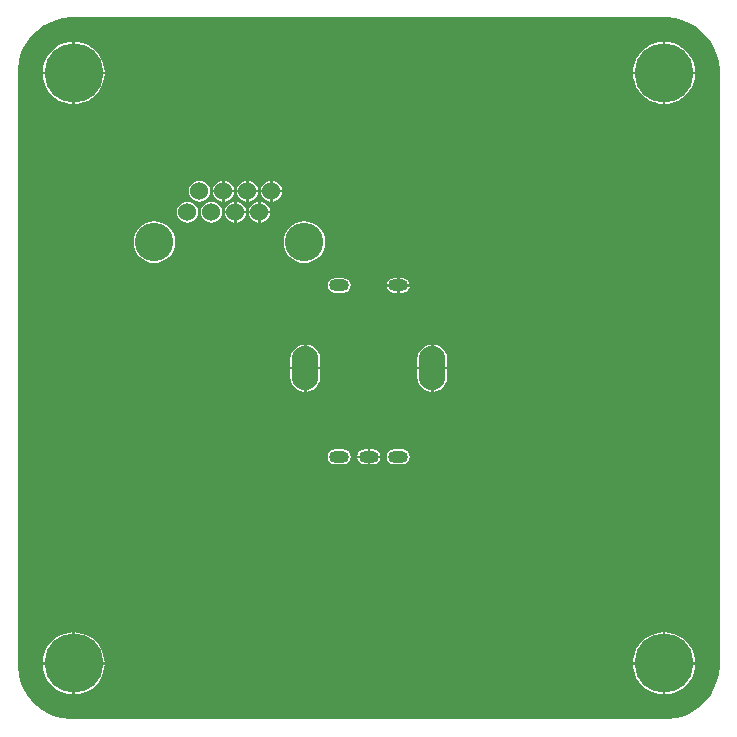
<source format=gbr>
%TF.GenerationSoftware,Altium Limited,Altium Designer,20.1.8 (145)*%
G04 Layer_Physical_Order=1*
G04 Layer_Color=2232046*
%FSLAX45Y45*%
%MOMM*%
%TF.SameCoordinates,39D32AA0-D89A-4232-8ACE-958E0E311499*%
%TF.FilePolarity,Positive*%
%TF.FileFunction,Copper,L1,Top,Signal*%
%TF.Part,Single*%
G01*
G75*
%TA.AperFunction,ComponentPad*%
%ADD10O,1.70000X1.00000*%
%ADD11O,2.25000X3.75000*%
G04:AMPARAMS|DCode=12|XSize=2.25mm|YSize=3.75mm|CornerRadius=1.125mm|HoleSize=0mm|Usage=FLASHONLY|Rotation=0.000|XOffset=0mm|YOffset=0mm|HoleType=Round|Shape=RoundedRectangle|*
%AMROUNDEDRECTD12*
21,1,2.25000,1.50000,0,0,0.0*
21,1,0.00000,3.75000,0,0,0.0*
1,1,2.25000,0.00000,-0.75000*
1,1,2.25000,0.00000,-0.75000*
1,1,2.25000,0.00000,0.75000*
1,1,2.25000,0.00000,0.75000*
%
%ADD12ROUNDEDRECTD12*%
%TA.AperFunction,ViaPad*%
%ADD13C,5.00000*%
%TA.AperFunction,ComponentPad*%
%ADD14C,1.52400*%
%ADD15C,3.25120*%
G36*
X5592691Y5965991D02*
X5652723Y5949906D01*
X5710141Y5926122D01*
X5763962Y5895049D01*
X5813268Y5857215D01*
X5857214Y5813269D01*
X5895049Y5763961D01*
X5926122Y5710141D01*
X5949906Y5652723D01*
X5965991Y5592691D01*
X5974104Y5531073D01*
Y5500000D01*
Y500000D01*
Y468926D01*
X5965991Y407308D01*
X5949906Y347277D01*
X5926122Y289858D01*
X5895049Y236038D01*
X5857215Y186731D01*
X5813269Y142786D01*
X5763961Y104950D01*
X5710141Y73877D01*
X5652723Y50093D01*
X5592692Y34008D01*
X5531074Y25896D01*
X468926D01*
X407308Y34008D01*
X347277Y50093D01*
X289858Y73877D01*
X236038Y104950D01*
X186731Y142785D01*
X142786Y186730D01*
X104950Y236038D01*
X73877Y289858D01*
X50093Y347277D01*
X34008Y407308D01*
X25896Y468926D01*
Y500000D01*
Y5500000D01*
Y5531074D01*
X34008Y5592692D01*
X50093Y5652723D01*
X73877Y5710141D01*
X104950Y5763962D01*
X142785Y5813268D01*
X186730Y5857214D01*
X236038Y5895049D01*
X289858Y5926122D01*
X347277Y5949906D01*
X407308Y5965991D01*
X468926Y5974104D01*
X5531074D01*
X5592691Y5965991D01*
D02*
G37*
%LPC*%
G36*
X5510160Y5762713D02*
Y5510160D01*
X5762713D01*
X5760268Y5541222D01*
X5750615Y5581430D01*
X5734791Y5619632D01*
X5713186Y5654889D01*
X5686331Y5686331D01*
X5654889Y5713186D01*
X5619632Y5734791D01*
X5581430Y5750615D01*
X5541222Y5760268D01*
X5510160Y5762713D01*
D02*
G37*
G36*
X5489840D02*
X5458778Y5760268D01*
X5418570Y5750615D01*
X5380368Y5734791D01*
X5345111Y5713186D01*
X5313669Y5686331D01*
X5286814Y5654889D01*
X5265209Y5619632D01*
X5249385Y5581430D01*
X5239732Y5541222D01*
X5237287Y5510160D01*
X5489840D01*
Y5762713D01*
D02*
G37*
G36*
X510160D02*
Y5510160D01*
X762713D01*
X760268Y5541222D01*
X750615Y5581430D01*
X734791Y5619632D01*
X713186Y5654889D01*
X686331Y5686331D01*
X654889Y5713186D01*
X619632Y5734791D01*
X581430Y5750615D01*
X541222Y5760268D01*
X510160Y5762713D01*
D02*
G37*
G36*
X489840D02*
X458778Y5760268D01*
X418570Y5750615D01*
X380368Y5734791D01*
X345111Y5713186D01*
X313669Y5686331D01*
X286814Y5654889D01*
X265209Y5619632D01*
X249385Y5581430D01*
X239732Y5541222D01*
X237287Y5510160D01*
X489840D01*
Y5762713D01*
D02*
G37*
G36*
X5762713Y5489840D02*
X5510160D01*
Y5237287D01*
X5541222Y5239732D01*
X5581430Y5249385D01*
X5619632Y5265209D01*
X5654889Y5286814D01*
X5686331Y5313669D01*
X5713186Y5345111D01*
X5734791Y5380368D01*
X5750615Y5418570D01*
X5760268Y5458778D01*
X5762713Y5489840D01*
D02*
G37*
G36*
X5489840D02*
X5237287D01*
X5239732Y5458778D01*
X5249385Y5418570D01*
X5265209Y5380368D01*
X5286814Y5345111D01*
X5313669Y5313669D01*
X5345111Y5286814D01*
X5380368Y5265209D01*
X5418570Y5249385D01*
X5458778Y5239732D01*
X5489840Y5237287D01*
Y5489840D01*
D02*
G37*
G36*
X762713D02*
X510160D01*
Y5237287D01*
X541222Y5239732D01*
X581430Y5249385D01*
X619632Y5265209D01*
X654889Y5286814D01*
X686331Y5313669D01*
X713186Y5345111D01*
X734791Y5380368D01*
X750615Y5418570D01*
X760268Y5458778D01*
X762713Y5489840D01*
D02*
G37*
G36*
X489840D02*
X237287D01*
X239732Y5458778D01*
X249385Y5418570D01*
X265209Y5380368D01*
X286814Y5345111D01*
X313669Y5313669D01*
X345111Y5286814D01*
X380368Y5265209D01*
X418570Y5249385D01*
X458778Y5239732D01*
X489840Y5237287D01*
Y5489840D01*
D02*
G37*
G36*
X1981830Y4587389D02*
Y4509219D01*
X2059999D01*
X2058282Y4522267D01*
X2049324Y4543893D01*
X2035074Y4562464D01*
X2016503Y4576713D01*
X1994877Y4585671D01*
X1981830Y4587389D01*
D02*
G37*
G36*
X1778630D02*
Y4509219D01*
X1856800D01*
X1855082Y4522267D01*
X1846124Y4543893D01*
X1831874Y4562464D01*
X1813304Y4576713D01*
X1791678Y4585671D01*
X1778630Y4587389D01*
D02*
G37*
G36*
X2185030D02*
Y4509219D01*
X2263200D01*
X2261482Y4522267D01*
X2252524Y4543893D01*
X2238274Y4562464D01*
X2219704Y4576713D01*
X2198078Y4585671D01*
X2185030Y4587389D01*
D02*
G37*
G36*
X1758310D02*
X1745263Y4585671D01*
X1723637Y4576713D01*
X1705066Y4562464D01*
X1690816Y4543893D01*
X1681858Y4522267D01*
X1680141Y4509219D01*
X1758310D01*
Y4587389D01*
D02*
G37*
G36*
X2164710D02*
X2151663Y4585671D01*
X2130037Y4576713D01*
X2111466Y4562464D01*
X2097216Y4543893D01*
X2088258Y4522267D01*
X2086541Y4509219D01*
X2164710D01*
Y4587389D01*
D02*
G37*
G36*
X1961510D02*
X1948462Y4585671D01*
X1926836Y4576713D01*
X1908266Y4562464D01*
X1894016Y4543893D01*
X1885058Y4522267D01*
X1883340Y4509219D01*
X1961510D01*
Y4587389D01*
D02*
G37*
G36*
X2164710Y4488899D02*
X2086541D01*
X2088258Y4475852D01*
X2097216Y4454226D01*
X2111466Y4435655D01*
X2130037Y4421405D01*
X2151663Y4412448D01*
X2164710Y4410730D01*
Y4488899D01*
D02*
G37*
G36*
X1758310D02*
X1680141D01*
X1681858Y4475852D01*
X1690816Y4454226D01*
X1705066Y4435655D01*
X1723637Y4421405D01*
X1745263Y4412448D01*
X1758310Y4410730D01*
Y4488899D01*
D02*
G37*
G36*
X2059999D02*
X1981830D01*
Y4410730D01*
X1994877Y4412448D01*
X2016503Y4421405D01*
X2035074Y4435655D01*
X2049324Y4454226D01*
X2058282Y4475852D01*
X2059999Y4488899D01*
D02*
G37*
G36*
X1961510D02*
X1883340D01*
X1885058Y4475852D01*
X1894016Y4454226D01*
X1908266Y4435655D01*
X1926836Y4421405D01*
X1948462Y4412448D01*
X1961510Y4410730D01*
Y4488899D01*
D02*
G37*
G36*
X2263200D02*
X2185030D01*
Y4410730D01*
X2198078Y4412448D01*
X2219704Y4421405D01*
X2238274Y4435655D01*
X2252524Y4454226D01*
X2261482Y4475852D01*
X2263200Y4488899D01*
D02*
G37*
G36*
X1856800D02*
X1778630D01*
Y4410730D01*
X1791678Y4412448D01*
X1813304Y4421405D01*
X1831874Y4435655D01*
X1846124Y4454226D01*
X1855082Y4475852D01*
X1856800Y4488899D01*
D02*
G37*
G36*
X1565270Y4588726D02*
X1542063Y4585671D01*
X1520437Y4576713D01*
X1501866Y4562464D01*
X1487617Y4543893D01*
X1478659Y4522267D01*
X1475603Y4499059D01*
X1478659Y4475852D01*
X1487617Y4454226D01*
X1501866Y4435655D01*
X1520437Y4421405D01*
X1542063Y4412448D01*
X1565270Y4409392D01*
X1588478Y4412448D01*
X1610104Y4421405D01*
X1628675Y4435655D01*
X1642924Y4454226D01*
X1651882Y4475852D01*
X1654938Y4499059D01*
X1651882Y4522267D01*
X1642924Y4543893D01*
X1628675Y4562464D01*
X1610104Y4576713D01*
X1588478Y4585671D01*
X1565270Y4588726D01*
D02*
G37*
G36*
X1880230Y4409589D02*
Y4331419D01*
X1958399D01*
X1956682Y4344467D01*
X1947724Y4366093D01*
X1933474Y4384664D01*
X1914903Y4398913D01*
X1893277Y4407871D01*
X1880230Y4409589D01*
D02*
G37*
G36*
X2083429D02*
Y4331419D01*
X2161600D01*
X2159882Y4344467D01*
X2150924Y4366093D01*
X2136675Y4384664D01*
X2118104Y4398913D01*
X2096478Y4407871D01*
X2083429Y4409589D01*
D02*
G37*
G36*
X2063109Y4409589D02*
X2050063Y4407871D01*
X2028437Y4398913D01*
X2009866Y4384664D01*
X1995617Y4366093D01*
X1986659Y4344467D01*
X1984941Y4331419D01*
X2063109D01*
Y4409589D01*
D02*
G37*
G36*
X1859910Y4409589D02*
X1846862Y4407871D01*
X1825236Y4398913D01*
X1806666Y4384664D01*
X1792416Y4366093D01*
X1783458Y4344467D01*
X1781740Y4331419D01*
X1859910D01*
Y4409589D01*
D02*
G37*
G36*
X2063109Y4311099D02*
X1984941D01*
X1986659Y4298052D01*
X1995617Y4276426D01*
X2009866Y4257855D01*
X2028437Y4243605D01*
X2050063Y4234648D01*
X2063109Y4232930D01*
Y4311099D01*
D02*
G37*
G36*
X1958399D02*
X1880230D01*
Y4232930D01*
X1893277Y4234648D01*
X1914903Y4243605D01*
X1933474Y4257855D01*
X1947724Y4276426D01*
X1956682Y4298052D01*
X1958399Y4311099D01*
D02*
G37*
G36*
X1859910D02*
X1781740D01*
X1783458Y4298052D01*
X1792416Y4276426D01*
X1806666Y4257855D01*
X1825236Y4243605D01*
X1846862Y4234648D01*
X1859910Y4232930D01*
Y4311099D01*
D02*
G37*
G36*
X2161600D02*
X2083429D01*
Y4232930D01*
X2096478Y4234648D01*
X2118104Y4243605D01*
X2136675Y4257855D01*
X2150924Y4276426D01*
X2159882Y4298052D01*
X2161600Y4311099D01*
D02*
G37*
G36*
X1666870Y4410927D02*
X1643662Y4407871D01*
X1622036Y4398913D01*
X1603466Y4384664D01*
X1589216Y4366093D01*
X1580258Y4344467D01*
X1577203Y4321260D01*
X1580258Y4298052D01*
X1589216Y4276426D01*
X1603466Y4257855D01*
X1622036Y4243606D01*
X1643662Y4234648D01*
X1666870Y4231593D01*
X1690077Y4234648D01*
X1711703Y4243606D01*
X1730274Y4257855D01*
X1744524Y4276426D01*
X1753482Y4298052D01*
X1756537Y4321260D01*
X1753482Y4344467D01*
X1744524Y4366093D01*
X1730274Y4384664D01*
X1711703Y4398913D01*
X1690077Y4407871D01*
X1666870Y4410927D01*
D02*
G37*
G36*
X1463670Y4410926D02*
X1440463Y4407871D01*
X1418837Y4398913D01*
X1400266Y4384664D01*
X1386016Y4366093D01*
X1377058Y4344467D01*
X1374003Y4321259D01*
X1377058Y4298052D01*
X1386016Y4276426D01*
X1400266Y4257855D01*
X1418837Y4243605D01*
X1440463Y4234648D01*
X1463670Y4231592D01*
X1486878Y4234648D01*
X1508504Y4243605D01*
X1527074Y4257855D01*
X1541324Y4276426D01*
X1550282Y4298052D01*
X1553337Y4321259D01*
X1550282Y4344467D01*
X1541324Y4366093D01*
X1527074Y4384664D01*
X1508504Y4398913D01*
X1486878Y4407871D01*
X1463670Y4410926D01*
D02*
G37*
G36*
X2454270Y4243367D02*
X2419913Y4239984D01*
X2386877Y4229962D01*
X2356430Y4213688D01*
X2329743Y4191787D01*
X2307842Y4165100D01*
X2291567Y4134653D01*
X2281546Y4101616D01*
X2278162Y4067259D01*
X2281546Y4032902D01*
X2291567Y3999866D01*
X2307842Y3969419D01*
X2329743Y3942732D01*
X2356430Y3920831D01*
X2386877Y3904557D01*
X2419913Y3894535D01*
X2454270Y3891151D01*
X2488627Y3894535D01*
X2521664Y3904557D01*
X2552111Y3920831D01*
X2578797Y3942732D01*
X2600699Y3969419D01*
X2616973Y3999866D01*
X2626994Y4032902D01*
X2630378Y4067259D01*
X2626994Y4101616D01*
X2616973Y4134653D01*
X2600699Y4165100D01*
X2578797Y4191787D01*
X2552111Y4213688D01*
X2521664Y4229962D01*
X2488627Y4239984D01*
X2454270Y4243367D01*
D02*
G37*
G36*
X1184270D02*
X1149913Y4239984D01*
X1116877Y4229962D01*
X1086430Y4213688D01*
X1059743Y4191787D01*
X1037842Y4165100D01*
X1021567Y4134653D01*
X1011546Y4101616D01*
X1008162Y4067259D01*
X1011546Y4032902D01*
X1021567Y3999866D01*
X1037842Y3969419D01*
X1059743Y3942732D01*
X1086430Y3920831D01*
X1116877Y3904557D01*
X1149913Y3894535D01*
X1184270Y3891151D01*
X1218627Y3894535D01*
X1251664Y3904557D01*
X1282111Y3920831D01*
X1308797Y3942732D01*
X1330699Y3969419D01*
X1346973Y3999866D01*
X1356994Y4032902D01*
X1360378Y4067259D01*
X1356994Y4101616D01*
X1346973Y4134653D01*
X1330699Y4165100D01*
X1308797Y4191787D01*
X1282111Y4213688D01*
X1251664Y4229962D01*
X1218627Y4239984D01*
X1184270Y4243367D01*
D02*
G37*
G36*
X3285000Y3763928D02*
X3260160D01*
Y3710160D01*
X3346907D01*
X3344062Y3724464D01*
X3330204Y3745204D01*
X3309464Y3759062D01*
X3285000Y3763928D01*
D02*
G37*
G36*
X3239840D02*
X3215000D01*
X3190536Y3759062D01*
X3169796Y3745204D01*
X3155938Y3724464D01*
X3153093Y3710160D01*
X3239840D01*
Y3763928D01*
D02*
G37*
G36*
X3346907Y3689840D02*
X3260160D01*
Y3636072D01*
X3285000D01*
X3309464Y3640938D01*
X3330204Y3654796D01*
X3344062Y3675536D01*
X3346907Y3689840D01*
D02*
G37*
G36*
X3239840D02*
X3153093D01*
X3155938Y3675536D01*
X3169796Y3654796D01*
X3190536Y3640938D01*
X3215000Y3636072D01*
X3239840D01*
Y3689840D01*
D02*
G37*
G36*
X2785000Y3763928D02*
X2715000D01*
X2690536Y3759062D01*
X2669796Y3745204D01*
X2655938Y3724464D01*
X2651072Y3700000D01*
X2655938Y3675536D01*
X2669796Y3654796D01*
X2690536Y3640938D01*
X2715000Y3636072D01*
X2785000D01*
X2809464Y3640938D01*
X2830204Y3654796D01*
X2844062Y3675536D01*
X2848928Y3700000D01*
X2844062Y3724464D01*
X2830204Y3745204D01*
X2809464Y3759062D01*
X2785000Y3763928D01*
D02*
G37*
G36*
X3547660Y3199943D02*
Y3010160D01*
X3663780D01*
Y3075000D01*
X3659477Y3107684D01*
X3646862Y3138140D01*
X3626794Y3164294D01*
X3600640Y3184362D01*
X3570184Y3196977D01*
X3547660Y3199943D01*
D02*
G37*
G36*
X3527340D02*
X3504816Y3196977D01*
X3474360Y3184362D01*
X3448207Y3164294D01*
X3428138Y3138140D01*
X3415523Y3107684D01*
X3411220Y3075000D01*
Y3010160D01*
X3527340D01*
Y3199943D01*
D02*
G37*
G36*
X2472660D02*
Y3010160D01*
X2588780D01*
Y3075000D01*
X2584477Y3107684D01*
X2571862Y3138140D01*
X2551793Y3164294D01*
X2525640Y3184362D01*
X2495184Y3196977D01*
X2472660Y3199943D01*
D02*
G37*
G36*
X2452340D02*
X2429816Y3196977D01*
X2399360Y3184362D01*
X2373207Y3164294D01*
X2353138Y3138140D01*
X2340523Y3107684D01*
X2336220Y3075000D01*
Y3010160D01*
X2452340D01*
Y3199943D01*
D02*
G37*
G36*
X3663780Y2989840D02*
X3547660D01*
Y2800057D01*
X3570184Y2803023D01*
X3600640Y2815638D01*
X3626794Y2835707D01*
X3646862Y2861860D01*
X3659477Y2892316D01*
X3663780Y2925000D01*
Y2989840D01*
D02*
G37*
G36*
X3527340D02*
X3411220D01*
Y2925000D01*
X3415523Y2892316D01*
X3428138Y2861860D01*
X3448207Y2835707D01*
X3474360Y2815638D01*
X3504816Y2803023D01*
X3527340Y2800057D01*
Y2989840D01*
D02*
G37*
G36*
X2588780D02*
X2472660D01*
Y2800057D01*
X2495184Y2803023D01*
X2525640Y2815638D01*
X2551793Y2835707D01*
X2571862Y2861860D01*
X2584477Y2892316D01*
X2588780Y2925000D01*
Y2989840D01*
D02*
G37*
G36*
X2452340D02*
X2336220D01*
Y2925000D01*
X2340523Y2892316D01*
X2353138Y2861860D01*
X2373207Y2835707D01*
X2399360Y2815638D01*
X2429816Y2803023D01*
X2452340Y2800057D01*
Y2989840D01*
D02*
G37*
G36*
X3035000Y2313928D02*
X3010160D01*
Y2260160D01*
X3096907D01*
X3094062Y2274464D01*
X3080204Y2295204D01*
X3059464Y2309062D01*
X3035000Y2313928D01*
D02*
G37*
G36*
X2989840D02*
X2965000D01*
X2940536Y2309062D01*
X2919796Y2295204D01*
X2905938Y2274464D01*
X2903093Y2260160D01*
X2989840D01*
Y2313928D01*
D02*
G37*
G36*
X3285000D02*
X3215000D01*
X3190536Y2309062D01*
X3169796Y2295204D01*
X3155938Y2274464D01*
X3151072Y2250000D01*
X3155938Y2225536D01*
X3169796Y2204796D01*
X3190536Y2190938D01*
X3215000Y2186072D01*
X3285000D01*
X3309464Y2190938D01*
X3330204Y2204796D01*
X3344062Y2225536D01*
X3348928Y2250000D01*
X3344062Y2274464D01*
X3330204Y2295204D01*
X3309464Y2309062D01*
X3285000Y2313928D01*
D02*
G37*
G36*
X3096907Y2239840D02*
X3010160D01*
Y2186072D01*
X3035000D01*
X3059464Y2190938D01*
X3080204Y2204796D01*
X3094062Y2225536D01*
X3096907Y2239840D01*
D02*
G37*
G36*
X2989840D02*
X2903093D01*
X2905938Y2225536D01*
X2919796Y2204796D01*
X2940536Y2190938D01*
X2965000Y2186072D01*
X2989840D01*
Y2239840D01*
D02*
G37*
G36*
X2785000Y2313928D02*
X2715000D01*
X2690536Y2309062D01*
X2669796Y2295204D01*
X2655938Y2274464D01*
X2651072Y2250000D01*
X2655938Y2225536D01*
X2669796Y2204796D01*
X2690536Y2190938D01*
X2715000Y2186072D01*
X2785000D01*
X2809464Y2190938D01*
X2830204Y2204796D01*
X2844062Y2225536D01*
X2848928Y2250000D01*
X2844062Y2274464D01*
X2830204Y2295204D01*
X2809464Y2309062D01*
X2785000Y2313928D01*
D02*
G37*
G36*
X5510160Y762713D02*
Y510160D01*
X5762713D01*
X5760268Y541222D01*
X5750615Y581430D01*
X5734791Y619632D01*
X5713186Y654889D01*
X5686331Y686331D01*
X5654889Y713186D01*
X5619632Y734791D01*
X5581430Y750615D01*
X5541222Y760268D01*
X5510160Y762713D01*
D02*
G37*
G36*
X5489840D02*
X5458778Y760268D01*
X5418570Y750615D01*
X5380368Y734791D01*
X5345111Y713186D01*
X5313669Y686331D01*
X5286814Y654889D01*
X5265209Y619632D01*
X5249385Y581430D01*
X5239732Y541222D01*
X5237287Y510160D01*
X5489840D01*
Y762713D01*
D02*
G37*
G36*
X510160D02*
Y510160D01*
X762713D01*
X760268Y541222D01*
X750615Y581430D01*
X734791Y619632D01*
X713186Y654889D01*
X686331Y686331D01*
X654889Y713186D01*
X619632Y734791D01*
X581430Y750615D01*
X541222Y760268D01*
X510160Y762713D01*
D02*
G37*
G36*
X489840D02*
X458778Y760268D01*
X418570Y750615D01*
X380368Y734791D01*
X345111Y713186D01*
X313669Y686331D01*
X286814Y654889D01*
X265209Y619632D01*
X249385Y581430D01*
X239732Y541222D01*
X237287Y510160D01*
X489840D01*
Y762713D01*
D02*
G37*
G36*
X5762713Y489840D02*
X5510160D01*
Y237287D01*
X5541222Y239732D01*
X5581430Y249385D01*
X5619632Y265209D01*
X5654889Y286814D01*
X5686331Y313669D01*
X5713186Y345111D01*
X5734791Y380368D01*
X5750615Y418570D01*
X5760268Y458778D01*
X5762713Y489840D01*
D02*
G37*
G36*
X5489840D02*
X5237287D01*
X5239732Y458778D01*
X5249385Y418570D01*
X5265209Y380368D01*
X5286814Y345111D01*
X5313669Y313669D01*
X5345111Y286814D01*
X5380368Y265209D01*
X5418570Y249385D01*
X5458778Y239732D01*
X5489840Y237287D01*
Y489840D01*
D02*
G37*
G36*
X762713D02*
X510160D01*
Y237287D01*
X541222Y239732D01*
X581430Y249385D01*
X619632Y265209D01*
X654889Y286814D01*
X686331Y313669D01*
X713186Y345111D01*
X734791Y380368D01*
X750615Y418570D01*
X760268Y458778D01*
X762713Y489840D01*
D02*
G37*
G36*
X489840D02*
X237287D01*
X239732Y458778D01*
X249385Y418570D01*
X265209Y380368D01*
X286814Y345111D01*
X313669Y313669D01*
X345111Y286814D01*
X380368Y265209D01*
X418570Y249385D01*
X458778Y239732D01*
X489840Y237287D01*
Y489840D01*
D02*
G37*
%LPD*%
D10*
X2750000Y2250000D02*
D03*
X3250000D02*
D03*
X3000000D02*
D03*
X2750000Y3700000D02*
D03*
X3250000D02*
D03*
D11*
X3537500Y3000000D02*
D03*
D12*
X2462500D02*
D03*
D13*
X500000Y500000D02*
D03*
X5500000D02*
D03*
Y5500000D02*
D03*
X500000D02*
D03*
D14*
X1565270Y4499059D02*
D03*
X1463670Y4321259D02*
D03*
X1768470Y4499059D02*
D03*
X1666870Y4321260D02*
D03*
X1971670Y4499059D02*
D03*
X1870070Y4321259D02*
D03*
X2174870Y4499059D02*
D03*
X2073270Y4321259D02*
D03*
D15*
X2454270Y4067259D02*
D03*
X1184270D02*
D03*
%TF.MD5,456095f1b41954895db954257b643278*%
M02*

</source>
